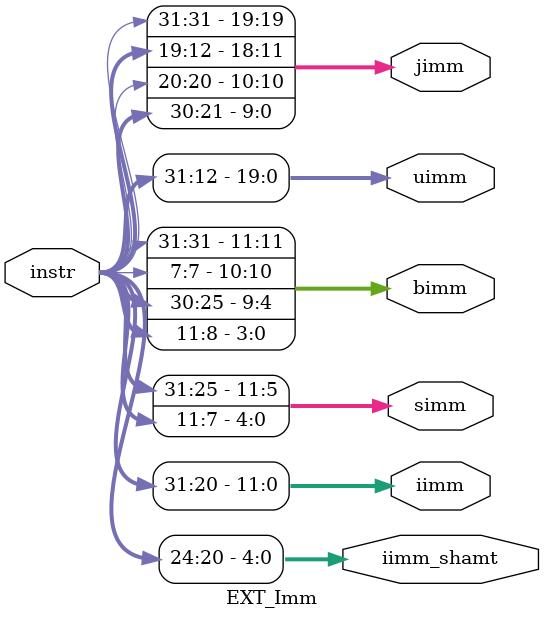
<source format=v>
`timescale 1ns / 1ps


module EXT_Imm(
    input[31:0] instr,
    output[4:0] iimm_shamt,
    output[11:0] iimm,
    output[11:0] simm,
    output[11:0] bimm,
    output[19:0] uimm,
    output[19:0] jimm
    );

    assign iimm_shamt = instr[24:20];
    assign iimm = instr[31:20];
    assign simm = {instr[31:25],instr[11:7]}; 
    assign bimm = {instr[31],instr[7],instr[30:25],instr[11:8]};
    assign uimm = {instr[31:12]};
    assign jimm = {instr[31],instr[19:12],instr[20],instr[30:21]};
endmodule

</source>
